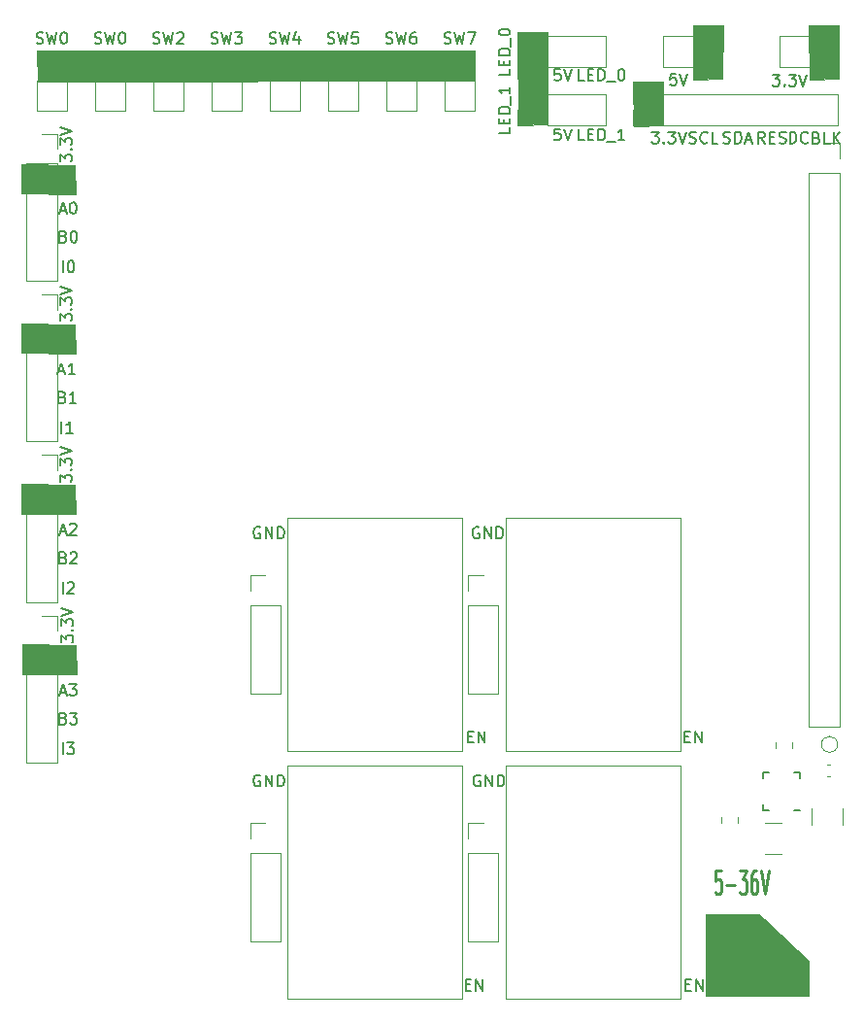
<source format=gbr>
G04 #@! TF.GenerationSoftware,KiCad,Pcbnew,5.1.9-73d0e3b20d~88~ubuntu20.04.1*
G04 #@! TF.CreationDate,2021-03-18T21:34:13+01:00*
G04 #@! TF.ProjectId,de10-shield,64653130-2d73-4686-9965-6c642e6b6963,rev?*
G04 #@! TF.SameCoordinates,Original*
G04 #@! TF.FileFunction,Legend,Top*
G04 #@! TF.FilePolarity,Positive*
%FSLAX46Y46*%
G04 Gerber Fmt 4.6, Leading zero omitted, Abs format (unit mm)*
G04 Created by KiCad (PCBNEW 5.1.9-73d0e3b20d~88~ubuntu20.04.1) date 2021-03-18 21:34:13*
%MOMM*%
%LPD*%
G01*
G04 APERTURE LIST*
%ADD10C,0.250000*%
%ADD11C,0.100000*%
%ADD12C,0.150000*%
%ADD13C,0.120000*%
G04 APERTURE END LIST*
D10*
X147238095Y-120904761D02*
X146761904Y-120904761D01*
X146714285Y-121857142D01*
X146761904Y-121761904D01*
X146857142Y-121666666D01*
X147095238Y-121666666D01*
X147190476Y-121761904D01*
X147238095Y-121857142D01*
X147285714Y-122047619D01*
X147285714Y-122523809D01*
X147238095Y-122714285D01*
X147190476Y-122809523D01*
X147095238Y-122904761D01*
X146857142Y-122904761D01*
X146761904Y-122809523D01*
X146714285Y-122714285D01*
X147714285Y-122142857D02*
X148476190Y-122142857D01*
X148857142Y-120904761D02*
X149476190Y-120904761D01*
X149142857Y-121666666D01*
X149285714Y-121666666D01*
X149380952Y-121761904D01*
X149428571Y-121857142D01*
X149476190Y-122047619D01*
X149476190Y-122523809D01*
X149428571Y-122714285D01*
X149380952Y-122809523D01*
X149285714Y-122904761D01*
X149000000Y-122904761D01*
X148904761Y-122809523D01*
X148857142Y-122714285D01*
X150333333Y-120904761D02*
X150142857Y-120904761D01*
X150047619Y-121000000D01*
X150000000Y-121095238D01*
X149904761Y-121380952D01*
X149857142Y-121761904D01*
X149857142Y-122523809D01*
X149904761Y-122714285D01*
X149952380Y-122809523D01*
X150047619Y-122904761D01*
X150238095Y-122904761D01*
X150333333Y-122809523D01*
X150380952Y-122714285D01*
X150428571Y-122523809D01*
X150428571Y-122047619D01*
X150380952Y-121857142D01*
X150333333Y-121761904D01*
X150238095Y-121666666D01*
X150047619Y-121666666D01*
X149952380Y-121761904D01*
X149904761Y-121857142D01*
X149857142Y-122047619D01*
X150714285Y-120904761D02*
X151047619Y-122904761D01*
X151380952Y-120904761D01*
D11*
G36*
X154900000Y-128800000D02*
G01*
X154900000Y-131800000D01*
X145900000Y-131800000D01*
X145900000Y-124700000D01*
X150600000Y-124700000D01*
X154900000Y-128800000D01*
G37*
X154900000Y-128800000D02*
X154900000Y-131800000D01*
X145900000Y-131800000D01*
X145900000Y-124700000D01*
X150600000Y-124700000D01*
X154900000Y-128800000D01*
D12*
X89895238Y-107628571D02*
X90038095Y-107676190D01*
X90085714Y-107723809D01*
X90133333Y-107819047D01*
X90133333Y-107961904D01*
X90085714Y-108057142D01*
X90038095Y-108104761D01*
X89942857Y-108152380D01*
X89561904Y-108152380D01*
X89561904Y-107152380D01*
X89895238Y-107152380D01*
X89990476Y-107200000D01*
X90038095Y-107247619D01*
X90085714Y-107342857D01*
X90085714Y-107438095D01*
X90038095Y-107533333D01*
X89990476Y-107580952D01*
X89895238Y-107628571D01*
X89561904Y-107628571D01*
X90466666Y-107152380D02*
X91085714Y-107152380D01*
X90752380Y-107533333D01*
X90895238Y-107533333D01*
X90990476Y-107580952D01*
X91038095Y-107628571D01*
X91085714Y-107723809D01*
X91085714Y-107961904D01*
X91038095Y-108057142D01*
X90990476Y-108104761D01*
X90895238Y-108152380D01*
X90609523Y-108152380D01*
X90514285Y-108104761D01*
X90466666Y-108057142D01*
X89585714Y-105366666D02*
X90061904Y-105366666D01*
X89490476Y-105652380D02*
X89823809Y-104652380D01*
X90157142Y-105652380D01*
X90395238Y-104652380D02*
X91014285Y-104652380D01*
X90680952Y-105033333D01*
X90823809Y-105033333D01*
X90919047Y-105080952D01*
X90966666Y-105128571D01*
X91014285Y-105223809D01*
X91014285Y-105461904D01*
X90966666Y-105557142D01*
X90919047Y-105604761D01*
X90823809Y-105652380D01*
X90538095Y-105652380D01*
X90442857Y-105604761D01*
X90395238Y-105557142D01*
X89823809Y-110752380D02*
X89823809Y-109752380D01*
X90204761Y-109752380D02*
X90823809Y-109752380D01*
X90490476Y-110133333D01*
X90633333Y-110133333D01*
X90728571Y-110180952D01*
X90776190Y-110228571D01*
X90823809Y-110323809D01*
X90823809Y-110561904D01*
X90776190Y-110657142D01*
X90728571Y-110704761D01*
X90633333Y-110752380D01*
X90347619Y-110752380D01*
X90252380Y-110704761D01*
X90204761Y-110657142D01*
X89895238Y-93628571D02*
X90038095Y-93676190D01*
X90085714Y-93723809D01*
X90133333Y-93819047D01*
X90133333Y-93961904D01*
X90085714Y-94057142D01*
X90038095Y-94104761D01*
X89942857Y-94152380D01*
X89561904Y-94152380D01*
X89561904Y-93152380D01*
X89895238Y-93152380D01*
X89990476Y-93200000D01*
X90038095Y-93247619D01*
X90085714Y-93342857D01*
X90085714Y-93438095D01*
X90038095Y-93533333D01*
X89990476Y-93580952D01*
X89895238Y-93628571D01*
X89561904Y-93628571D01*
X90514285Y-93247619D02*
X90561904Y-93200000D01*
X90657142Y-93152380D01*
X90895238Y-93152380D01*
X90990476Y-93200000D01*
X91038095Y-93247619D01*
X91085714Y-93342857D01*
X91085714Y-93438095D01*
X91038095Y-93580952D01*
X90466666Y-94152380D01*
X91085714Y-94152380D01*
X89585714Y-91366666D02*
X90061904Y-91366666D01*
X89490476Y-91652380D02*
X89823809Y-90652380D01*
X90157142Y-91652380D01*
X90442857Y-90747619D02*
X90490476Y-90700000D01*
X90585714Y-90652380D01*
X90823809Y-90652380D01*
X90919047Y-90700000D01*
X90966666Y-90747619D01*
X91014285Y-90842857D01*
X91014285Y-90938095D01*
X90966666Y-91080952D01*
X90395238Y-91652380D01*
X91014285Y-91652380D01*
X89823809Y-96752380D02*
X89823809Y-95752380D01*
X90252380Y-95847619D02*
X90300000Y-95800000D01*
X90395238Y-95752380D01*
X90633333Y-95752380D01*
X90728571Y-95800000D01*
X90776190Y-95847619D01*
X90823809Y-95942857D01*
X90823809Y-96038095D01*
X90776190Y-96180952D01*
X90204761Y-96752380D01*
X90823809Y-96752380D01*
X89795238Y-79628571D02*
X89938095Y-79676190D01*
X89985714Y-79723809D01*
X90033333Y-79819047D01*
X90033333Y-79961904D01*
X89985714Y-80057142D01*
X89938095Y-80104761D01*
X89842857Y-80152380D01*
X89461904Y-80152380D01*
X89461904Y-79152380D01*
X89795238Y-79152380D01*
X89890476Y-79200000D01*
X89938095Y-79247619D01*
X89985714Y-79342857D01*
X89985714Y-79438095D01*
X89938095Y-79533333D01*
X89890476Y-79580952D01*
X89795238Y-79628571D01*
X89461904Y-79628571D01*
X90985714Y-80152380D02*
X90414285Y-80152380D01*
X90700000Y-80152380D02*
X90700000Y-79152380D01*
X90604761Y-79295238D01*
X90509523Y-79390476D01*
X90414285Y-79438095D01*
X89485714Y-77366666D02*
X89961904Y-77366666D01*
X89390476Y-77652380D02*
X89723809Y-76652380D01*
X90057142Y-77652380D01*
X90914285Y-77652380D02*
X90342857Y-77652380D01*
X90628571Y-77652380D02*
X90628571Y-76652380D01*
X90533333Y-76795238D01*
X90438095Y-76890476D01*
X90342857Y-76938095D01*
X89723809Y-82752380D02*
X89723809Y-81752380D01*
X90723809Y-82752380D02*
X90152380Y-82752380D01*
X90438095Y-82752380D02*
X90438095Y-81752380D01*
X90342857Y-81895238D01*
X90247619Y-81990476D01*
X90152380Y-82038095D01*
X89823809Y-68752380D02*
X89823809Y-67752380D01*
X90490476Y-67752380D02*
X90585714Y-67752380D01*
X90680952Y-67800000D01*
X90728571Y-67847619D01*
X90776190Y-67942857D01*
X90823809Y-68133333D01*
X90823809Y-68371428D01*
X90776190Y-68561904D01*
X90728571Y-68657142D01*
X90680952Y-68704761D01*
X90585714Y-68752380D01*
X90490476Y-68752380D01*
X90395238Y-68704761D01*
X90347619Y-68657142D01*
X90300000Y-68561904D01*
X90252380Y-68371428D01*
X90252380Y-68133333D01*
X90300000Y-67942857D01*
X90347619Y-67847619D01*
X90395238Y-67800000D01*
X90490476Y-67752380D01*
X89895238Y-65628571D02*
X90038095Y-65676190D01*
X90085714Y-65723809D01*
X90133333Y-65819047D01*
X90133333Y-65961904D01*
X90085714Y-66057142D01*
X90038095Y-66104761D01*
X89942857Y-66152380D01*
X89561904Y-66152380D01*
X89561904Y-65152380D01*
X89895238Y-65152380D01*
X89990476Y-65200000D01*
X90038095Y-65247619D01*
X90085714Y-65342857D01*
X90085714Y-65438095D01*
X90038095Y-65533333D01*
X89990476Y-65580952D01*
X89895238Y-65628571D01*
X89561904Y-65628571D01*
X90752380Y-65152380D02*
X90847619Y-65152380D01*
X90942857Y-65200000D01*
X90990476Y-65247619D01*
X91038095Y-65342857D01*
X91085714Y-65533333D01*
X91085714Y-65771428D01*
X91038095Y-65961904D01*
X90990476Y-66057142D01*
X90942857Y-66104761D01*
X90847619Y-66152380D01*
X90752380Y-66152380D01*
X90657142Y-66104761D01*
X90609523Y-66057142D01*
X90561904Y-65961904D01*
X90514285Y-65771428D01*
X90514285Y-65533333D01*
X90561904Y-65342857D01*
X90609523Y-65247619D01*
X90657142Y-65200000D01*
X90752380Y-65152380D01*
X89585714Y-63366666D02*
X90061904Y-63366666D01*
X89490476Y-63652380D02*
X89823809Y-62652380D01*
X90157142Y-63652380D01*
X90680952Y-62652380D02*
X90776190Y-62652380D01*
X90871428Y-62700000D01*
X90919047Y-62747619D01*
X90966666Y-62842857D01*
X91014285Y-63033333D01*
X91014285Y-63271428D01*
X90966666Y-63461904D01*
X90919047Y-63557142D01*
X90871428Y-63604761D01*
X90776190Y-63652380D01*
X90680952Y-63652380D01*
X90585714Y-63604761D01*
X90538095Y-63557142D01*
X90490476Y-63461904D01*
X90442857Y-63271428D01*
X90442857Y-63033333D01*
X90490476Y-62842857D01*
X90538095Y-62747619D01*
X90585714Y-62700000D01*
X90680952Y-62652380D01*
X89722380Y-101006190D02*
X89722380Y-100387142D01*
X90103333Y-100720476D01*
X90103333Y-100577619D01*
X90150952Y-100482380D01*
X90198571Y-100434761D01*
X90293809Y-100387142D01*
X90531904Y-100387142D01*
X90627142Y-100434761D01*
X90674761Y-100482380D01*
X90722380Y-100577619D01*
X90722380Y-100863333D01*
X90674761Y-100958571D01*
X90627142Y-101006190D01*
X90627142Y-99958571D02*
X90674761Y-99910952D01*
X90722380Y-99958571D01*
X90674761Y-100006190D01*
X90627142Y-99958571D01*
X90722380Y-99958571D01*
X89722380Y-99577619D02*
X89722380Y-98958571D01*
X90103333Y-99291904D01*
X90103333Y-99149047D01*
X90150952Y-99053809D01*
X90198571Y-99006190D01*
X90293809Y-98958571D01*
X90531904Y-98958571D01*
X90627142Y-99006190D01*
X90674761Y-99053809D01*
X90722380Y-99149047D01*
X90722380Y-99434761D01*
X90674761Y-99530000D01*
X90627142Y-99577619D01*
X89722380Y-98672857D02*
X90722380Y-98339523D01*
X89722380Y-98006190D01*
X89622380Y-87006190D02*
X89622380Y-86387142D01*
X90003333Y-86720476D01*
X90003333Y-86577619D01*
X90050952Y-86482380D01*
X90098571Y-86434761D01*
X90193809Y-86387142D01*
X90431904Y-86387142D01*
X90527142Y-86434761D01*
X90574761Y-86482380D01*
X90622380Y-86577619D01*
X90622380Y-86863333D01*
X90574761Y-86958571D01*
X90527142Y-87006190D01*
X90527142Y-85958571D02*
X90574761Y-85910952D01*
X90622380Y-85958571D01*
X90574761Y-86006190D01*
X90527142Y-85958571D01*
X90622380Y-85958571D01*
X89622380Y-85577619D02*
X89622380Y-84958571D01*
X90003333Y-85291904D01*
X90003333Y-85149047D01*
X90050952Y-85053809D01*
X90098571Y-85006190D01*
X90193809Y-84958571D01*
X90431904Y-84958571D01*
X90527142Y-85006190D01*
X90574761Y-85053809D01*
X90622380Y-85149047D01*
X90622380Y-85434761D01*
X90574761Y-85530000D01*
X90527142Y-85577619D01*
X89622380Y-84672857D02*
X90622380Y-84339523D01*
X89622380Y-84006190D01*
X89622380Y-73006190D02*
X89622380Y-72387142D01*
X90003333Y-72720476D01*
X90003333Y-72577619D01*
X90050952Y-72482380D01*
X90098571Y-72434761D01*
X90193809Y-72387142D01*
X90431904Y-72387142D01*
X90527142Y-72434761D01*
X90574761Y-72482380D01*
X90622380Y-72577619D01*
X90622380Y-72863333D01*
X90574761Y-72958571D01*
X90527142Y-73006190D01*
X90527142Y-71958571D02*
X90574761Y-71910952D01*
X90622380Y-71958571D01*
X90574761Y-72006190D01*
X90527142Y-71958571D01*
X90622380Y-71958571D01*
X89622380Y-71577619D02*
X89622380Y-70958571D01*
X90003333Y-71291904D01*
X90003333Y-71149047D01*
X90050952Y-71053809D01*
X90098571Y-71006190D01*
X90193809Y-70958571D01*
X90431904Y-70958571D01*
X90527142Y-71006190D01*
X90574761Y-71053809D01*
X90622380Y-71149047D01*
X90622380Y-71434761D01*
X90574761Y-71530000D01*
X90527142Y-71577619D01*
X89622380Y-70672857D02*
X90622380Y-70339523D01*
X89622380Y-70006190D01*
D11*
G36*
X90970000Y-101280000D02*
G01*
X91030000Y-103820000D01*
X86300000Y-103800000D01*
X86300000Y-101200000D01*
X90970000Y-101280000D01*
G37*
X90970000Y-101280000D02*
X91030000Y-103820000D01*
X86300000Y-103800000D01*
X86300000Y-101200000D01*
X90970000Y-101280000D01*
G36*
X90870000Y-87280000D02*
G01*
X90930000Y-89820000D01*
X86200000Y-89800000D01*
X86200000Y-87200000D01*
X90870000Y-87280000D01*
G37*
X90870000Y-87280000D02*
X90930000Y-89820000D01*
X86200000Y-89800000D01*
X86200000Y-87200000D01*
X90870000Y-87280000D01*
G36*
X90870000Y-73280000D02*
G01*
X90930000Y-75820000D01*
X86200000Y-75800000D01*
X86200000Y-73200000D01*
X90870000Y-73280000D01*
G37*
X90870000Y-73280000D02*
X90930000Y-75820000D01*
X86200000Y-75800000D01*
X86200000Y-73200000D01*
X90870000Y-73280000D01*
G36*
X90870000Y-59380000D02*
G01*
X90930000Y-61920000D01*
X86200000Y-61900000D01*
X86200000Y-59300000D01*
X90870000Y-59380000D01*
G37*
X90870000Y-59380000D02*
X90930000Y-61920000D01*
X86200000Y-61900000D01*
X86200000Y-59300000D01*
X90870000Y-59380000D01*
D12*
X89622380Y-59106190D02*
X89622380Y-58487142D01*
X90003333Y-58820476D01*
X90003333Y-58677619D01*
X90050952Y-58582380D01*
X90098571Y-58534761D01*
X90193809Y-58487142D01*
X90431904Y-58487142D01*
X90527142Y-58534761D01*
X90574761Y-58582380D01*
X90622380Y-58677619D01*
X90622380Y-58963333D01*
X90574761Y-59058571D01*
X90527142Y-59106190D01*
X90527142Y-58058571D02*
X90574761Y-58010952D01*
X90622380Y-58058571D01*
X90574761Y-58106190D01*
X90527142Y-58058571D01*
X90622380Y-58058571D01*
X89622380Y-57677619D02*
X89622380Y-57058571D01*
X90003333Y-57391904D01*
X90003333Y-57249047D01*
X90050952Y-57153809D01*
X90098571Y-57106190D01*
X90193809Y-57058571D01*
X90431904Y-57058571D01*
X90527142Y-57106190D01*
X90574761Y-57153809D01*
X90622380Y-57249047D01*
X90622380Y-57534761D01*
X90574761Y-57630000D01*
X90527142Y-57677619D01*
X89622380Y-56772857D02*
X90622380Y-56439523D01*
X89622380Y-56106190D01*
X144161904Y-130828571D02*
X144495238Y-130828571D01*
X144638095Y-131352380D02*
X144161904Y-131352380D01*
X144161904Y-130352380D01*
X144638095Y-130352380D01*
X145066666Y-131352380D02*
X145066666Y-130352380D01*
X145638095Y-131352380D01*
X145638095Y-130352380D01*
X144061904Y-109228571D02*
X144395238Y-109228571D01*
X144538095Y-109752380D02*
X144061904Y-109752380D01*
X144061904Y-108752380D01*
X144538095Y-108752380D01*
X144966666Y-109752380D02*
X144966666Y-108752380D01*
X145538095Y-109752380D01*
X145538095Y-108752380D01*
X125161904Y-109228571D02*
X125495238Y-109228571D01*
X125638095Y-109752380D02*
X125161904Y-109752380D01*
X125161904Y-108752380D01*
X125638095Y-108752380D01*
X126066666Y-109752380D02*
X126066666Y-108752380D01*
X126638095Y-109752380D01*
X126638095Y-108752380D01*
X124961904Y-130828571D02*
X125295238Y-130828571D01*
X125438095Y-131352380D02*
X124961904Y-131352380D01*
X124961904Y-130352380D01*
X125438095Y-130352380D01*
X125866666Y-131352380D02*
X125866666Y-130352380D01*
X126438095Y-131352380D01*
X126438095Y-130352380D01*
X126238095Y-112600000D02*
X126142857Y-112552380D01*
X126000000Y-112552380D01*
X125857142Y-112600000D01*
X125761904Y-112695238D01*
X125714285Y-112790476D01*
X125666666Y-112980952D01*
X125666666Y-113123809D01*
X125714285Y-113314285D01*
X125761904Y-113409523D01*
X125857142Y-113504761D01*
X126000000Y-113552380D01*
X126095238Y-113552380D01*
X126238095Y-113504761D01*
X126285714Y-113457142D01*
X126285714Y-113123809D01*
X126095238Y-113123809D01*
X126714285Y-113552380D02*
X126714285Y-112552380D01*
X127285714Y-113552380D01*
X127285714Y-112552380D01*
X127761904Y-113552380D02*
X127761904Y-112552380D01*
X128000000Y-112552380D01*
X128142857Y-112600000D01*
X128238095Y-112695238D01*
X128285714Y-112790476D01*
X128333333Y-112980952D01*
X128333333Y-113123809D01*
X128285714Y-113314285D01*
X128238095Y-113409523D01*
X128142857Y-113504761D01*
X128000000Y-113552380D01*
X127761904Y-113552380D01*
X126138095Y-91000000D02*
X126042857Y-90952380D01*
X125900000Y-90952380D01*
X125757142Y-91000000D01*
X125661904Y-91095238D01*
X125614285Y-91190476D01*
X125566666Y-91380952D01*
X125566666Y-91523809D01*
X125614285Y-91714285D01*
X125661904Y-91809523D01*
X125757142Y-91904761D01*
X125900000Y-91952380D01*
X125995238Y-91952380D01*
X126138095Y-91904761D01*
X126185714Y-91857142D01*
X126185714Y-91523809D01*
X125995238Y-91523809D01*
X126614285Y-91952380D02*
X126614285Y-90952380D01*
X127185714Y-91952380D01*
X127185714Y-90952380D01*
X127661904Y-91952380D02*
X127661904Y-90952380D01*
X127900000Y-90952380D01*
X128042857Y-91000000D01*
X128138095Y-91095238D01*
X128185714Y-91190476D01*
X128233333Y-91380952D01*
X128233333Y-91523809D01*
X128185714Y-91714285D01*
X128138095Y-91809523D01*
X128042857Y-91904761D01*
X127900000Y-91952380D01*
X127661904Y-91952380D01*
X107038095Y-112600000D02*
X106942857Y-112552380D01*
X106800000Y-112552380D01*
X106657142Y-112600000D01*
X106561904Y-112695238D01*
X106514285Y-112790476D01*
X106466666Y-112980952D01*
X106466666Y-113123809D01*
X106514285Y-113314285D01*
X106561904Y-113409523D01*
X106657142Y-113504761D01*
X106800000Y-113552380D01*
X106895238Y-113552380D01*
X107038095Y-113504761D01*
X107085714Y-113457142D01*
X107085714Y-113123809D01*
X106895238Y-113123809D01*
X107514285Y-113552380D02*
X107514285Y-112552380D01*
X108085714Y-113552380D01*
X108085714Y-112552380D01*
X108561904Y-113552380D02*
X108561904Y-112552380D01*
X108800000Y-112552380D01*
X108942857Y-112600000D01*
X109038095Y-112695238D01*
X109085714Y-112790476D01*
X109133333Y-112980952D01*
X109133333Y-113123809D01*
X109085714Y-113314285D01*
X109038095Y-113409523D01*
X108942857Y-113504761D01*
X108800000Y-113552380D01*
X108561904Y-113552380D01*
X107038095Y-91000000D02*
X106942857Y-90952380D01*
X106800000Y-90952380D01*
X106657142Y-91000000D01*
X106561904Y-91095238D01*
X106514285Y-91190476D01*
X106466666Y-91380952D01*
X106466666Y-91523809D01*
X106514285Y-91714285D01*
X106561904Y-91809523D01*
X106657142Y-91904761D01*
X106800000Y-91952380D01*
X106895238Y-91952380D01*
X107038095Y-91904761D01*
X107085714Y-91857142D01*
X107085714Y-91523809D01*
X106895238Y-91523809D01*
X107514285Y-91952380D02*
X107514285Y-90952380D01*
X108085714Y-91952380D01*
X108085714Y-90952380D01*
X108561904Y-91952380D02*
X108561904Y-90952380D01*
X108800000Y-90952380D01*
X108942857Y-91000000D01*
X109038095Y-91095238D01*
X109085714Y-91190476D01*
X109133333Y-91380952D01*
X109133333Y-91523809D01*
X109085714Y-91714285D01*
X109038095Y-91809523D01*
X108942857Y-91904761D01*
X108800000Y-91952380D01*
X108561904Y-91952380D01*
X135300000Y-57252380D02*
X134823809Y-57252380D01*
X134823809Y-56252380D01*
X135633333Y-56728571D02*
X135966666Y-56728571D01*
X136109523Y-57252380D02*
X135633333Y-57252380D01*
X135633333Y-56252380D01*
X136109523Y-56252380D01*
X136538095Y-57252380D02*
X136538095Y-56252380D01*
X136776190Y-56252380D01*
X136919047Y-56300000D01*
X137014285Y-56395238D01*
X137061904Y-56490476D01*
X137109523Y-56680952D01*
X137109523Y-56823809D01*
X137061904Y-57014285D01*
X137014285Y-57109523D01*
X136919047Y-57204761D01*
X136776190Y-57252380D01*
X136538095Y-57252380D01*
X137300000Y-57347619D02*
X138061904Y-57347619D01*
X138823809Y-57252380D02*
X138252380Y-57252380D01*
X138538095Y-57252380D02*
X138538095Y-56252380D01*
X138442857Y-56395238D01*
X138347619Y-56490476D01*
X138252380Y-56538095D01*
X135300000Y-52052380D02*
X134823809Y-52052380D01*
X134823809Y-51052380D01*
X135633333Y-51528571D02*
X135966666Y-51528571D01*
X136109523Y-52052380D02*
X135633333Y-52052380D01*
X135633333Y-51052380D01*
X136109523Y-51052380D01*
X136538095Y-52052380D02*
X136538095Y-51052380D01*
X136776190Y-51052380D01*
X136919047Y-51100000D01*
X137014285Y-51195238D01*
X137061904Y-51290476D01*
X137109523Y-51480952D01*
X137109523Y-51623809D01*
X137061904Y-51814285D01*
X137014285Y-51909523D01*
X136919047Y-52004761D01*
X136776190Y-52052380D01*
X136538095Y-52052380D01*
X137300000Y-52147619D02*
X138061904Y-52147619D01*
X138490476Y-51052380D02*
X138585714Y-51052380D01*
X138680952Y-51100000D01*
X138728571Y-51147619D01*
X138776190Y-51242857D01*
X138823809Y-51433333D01*
X138823809Y-51671428D01*
X138776190Y-51861904D01*
X138728571Y-51957142D01*
X138680952Y-52004761D01*
X138585714Y-52052380D01*
X138490476Y-52052380D01*
X138395238Y-52004761D01*
X138347619Y-51957142D01*
X138300000Y-51861904D01*
X138252380Y-51671428D01*
X138252380Y-51433333D01*
X138300000Y-51242857D01*
X138347619Y-51147619D01*
X138395238Y-51100000D01*
X138490476Y-51052380D01*
X133209523Y-51052380D02*
X132733333Y-51052380D01*
X132685714Y-51528571D01*
X132733333Y-51480952D01*
X132828571Y-51433333D01*
X133066666Y-51433333D01*
X133161904Y-51480952D01*
X133209523Y-51528571D01*
X133257142Y-51623809D01*
X133257142Y-51861904D01*
X133209523Y-51957142D01*
X133161904Y-52004761D01*
X133066666Y-52052380D01*
X132828571Y-52052380D01*
X132733333Y-52004761D01*
X132685714Y-51957142D01*
X133542857Y-51052380D02*
X133876190Y-52052380D01*
X134209523Y-51052380D01*
X133209523Y-56252380D02*
X132733333Y-56252380D01*
X132685714Y-56728571D01*
X132733333Y-56680952D01*
X132828571Y-56633333D01*
X133066666Y-56633333D01*
X133161904Y-56680952D01*
X133209523Y-56728571D01*
X133257142Y-56823809D01*
X133257142Y-57061904D01*
X133209523Y-57157142D01*
X133161904Y-57204761D01*
X133066666Y-57252380D01*
X132828571Y-57252380D01*
X132733333Y-57204761D01*
X132685714Y-57157142D01*
X133542857Y-56252380D02*
X133876190Y-57252380D01*
X134209523Y-56252380D01*
X155566666Y-57028571D02*
X155709523Y-57076190D01*
X155757142Y-57123809D01*
X155804761Y-57219047D01*
X155804761Y-57361904D01*
X155757142Y-57457142D01*
X155709523Y-57504761D01*
X155614285Y-57552380D01*
X155233333Y-57552380D01*
X155233333Y-56552380D01*
X155566666Y-56552380D01*
X155661904Y-56600000D01*
X155709523Y-56647619D01*
X155757142Y-56742857D01*
X155757142Y-56838095D01*
X155709523Y-56933333D01*
X155661904Y-56980952D01*
X155566666Y-57028571D01*
X155233333Y-57028571D01*
X156709523Y-57552380D02*
X156233333Y-57552380D01*
X156233333Y-56552380D01*
X157042857Y-57552380D02*
X157042857Y-56552380D01*
X157614285Y-57552380D02*
X157185714Y-56980952D01*
X157614285Y-56552380D02*
X157042857Y-57123809D01*
X153238095Y-57522380D02*
X153238095Y-56522380D01*
X153476190Y-56522380D01*
X153619047Y-56570000D01*
X153714285Y-56665238D01*
X153761904Y-56760476D01*
X153809523Y-56950952D01*
X153809523Y-57093809D01*
X153761904Y-57284285D01*
X153714285Y-57379523D01*
X153619047Y-57474761D01*
X153476190Y-57522380D01*
X153238095Y-57522380D01*
X154809523Y-57427142D02*
X154761904Y-57474761D01*
X154619047Y-57522380D01*
X154523809Y-57522380D01*
X154380952Y-57474761D01*
X154285714Y-57379523D01*
X154238095Y-57284285D01*
X154190476Y-57093809D01*
X154190476Y-56950952D01*
X154238095Y-56760476D01*
X154285714Y-56665238D01*
X154380952Y-56570000D01*
X154523809Y-56522380D01*
X154619047Y-56522380D01*
X154761904Y-56570000D01*
X154809523Y-56617619D01*
X151050952Y-57522380D02*
X150717619Y-57046190D01*
X150479523Y-57522380D02*
X150479523Y-56522380D01*
X150860476Y-56522380D01*
X150955714Y-56570000D01*
X151003333Y-56617619D01*
X151050952Y-56712857D01*
X151050952Y-56855714D01*
X151003333Y-56950952D01*
X150955714Y-56998571D01*
X150860476Y-57046190D01*
X150479523Y-57046190D01*
X151479523Y-56998571D02*
X151812857Y-56998571D01*
X151955714Y-57522380D02*
X151479523Y-57522380D01*
X151479523Y-56522380D01*
X151955714Y-56522380D01*
X152336666Y-57474761D02*
X152479523Y-57522380D01*
X152717619Y-57522380D01*
X152812857Y-57474761D01*
X152860476Y-57427142D01*
X152908095Y-57331904D01*
X152908095Y-57236666D01*
X152860476Y-57141428D01*
X152812857Y-57093809D01*
X152717619Y-57046190D01*
X152527142Y-56998571D01*
X152431904Y-56950952D01*
X152384285Y-56903333D01*
X152336666Y-56808095D01*
X152336666Y-56712857D01*
X152384285Y-56617619D01*
X152431904Y-56570000D01*
X152527142Y-56522380D01*
X152765238Y-56522380D01*
X152908095Y-56570000D01*
X147455714Y-57474761D02*
X147598571Y-57522380D01*
X147836666Y-57522380D01*
X147931904Y-57474761D01*
X147979523Y-57427142D01*
X148027142Y-57331904D01*
X148027142Y-57236666D01*
X147979523Y-57141428D01*
X147931904Y-57093809D01*
X147836666Y-57046190D01*
X147646190Y-56998571D01*
X147550952Y-56950952D01*
X147503333Y-56903333D01*
X147455714Y-56808095D01*
X147455714Y-56712857D01*
X147503333Y-56617619D01*
X147550952Y-56570000D01*
X147646190Y-56522380D01*
X147884285Y-56522380D01*
X148027142Y-56570000D01*
X148455714Y-57522380D02*
X148455714Y-56522380D01*
X148693809Y-56522380D01*
X148836666Y-56570000D01*
X148931904Y-56665238D01*
X148979523Y-56760476D01*
X149027142Y-56950952D01*
X149027142Y-57093809D01*
X148979523Y-57284285D01*
X148931904Y-57379523D01*
X148836666Y-57474761D01*
X148693809Y-57522380D01*
X148455714Y-57522380D01*
X149408095Y-57236666D02*
X149884285Y-57236666D01*
X149312857Y-57522380D02*
X149646190Y-56522380D01*
X149979523Y-57522380D01*
X144479523Y-57474761D02*
X144622380Y-57522380D01*
X144860476Y-57522380D01*
X144955714Y-57474761D01*
X145003333Y-57427142D01*
X145050952Y-57331904D01*
X145050952Y-57236666D01*
X145003333Y-57141428D01*
X144955714Y-57093809D01*
X144860476Y-57046190D01*
X144670000Y-56998571D01*
X144574761Y-56950952D01*
X144527142Y-56903333D01*
X144479523Y-56808095D01*
X144479523Y-56712857D01*
X144527142Y-56617619D01*
X144574761Y-56570000D01*
X144670000Y-56522380D01*
X144908095Y-56522380D01*
X145050952Y-56570000D01*
X146050952Y-57427142D02*
X146003333Y-57474761D01*
X145860476Y-57522380D01*
X145765238Y-57522380D01*
X145622380Y-57474761D01*
X145527142Y-57379523D01*
X145479523Y-57284285D01*
X145431904Y-57093809D01*
X145431904Y-56950952D01*
X145479523Y-56760476D01*
X145527142Y-56665238D01*
X145622380Y-56570000D01*
X145765238Y-56522380D01*
X145860476Y-56522380D01*
X146003333Y-56570000D01*
X146050952Y-56617619D01*
X146955714Y-57522380D02*
X146479523Y-57522380D01*
X146479523Y-56522380D01*
X141193809Y-56522380D02*
X141812857Y-56522380D01*
X141479523Y-56903333D01*
X141622380Y-56903333D01*
X141717619Y-56950952D01*
X141765238Y-56998571D01*
X141812857Y-57093809D01*
X141812857Y-57331904D01*
X141765238Y-57427142D01*
X141717619Y-57474761D01*
X141622380Y-57522380D01*
X141336666Y-57522380D01*
X141241428Y-57474761D01*
X141193809Y-57427142D01*
X142241428Y-57427142D02*
X142289047Y-57474761D01*
X142241428Y-57522380D01*
X142193809Y-57474761D01*
X142241428Y-57427142D01*
X142241428Y-57522380D01*
X142622380Y-56522380D02*
X143241428Y-56522380D01*
X142908095Y-56903333D01*
X143050952Y-56903333D01*
X143146190Y-56950952D01*
X143193809Y-56998571D01*
X143241428Y-57093809D01*
X143241428Y-57331904D01*
X143193809Y-57427142D01*
X143146190Y-57474761D01*
X143050952Y-57522380D01*
X142765238Y-57522380D01*
X142670000Y-57474761D01*
X142622380Y-57427142D01*
X143527142Y-56522380D02*
X143860476Y-57522380D01*
X144193809Y-56522380D01*
D11*
G36*
X125730000Y-52070000D02*
G01*
X87630000Y-52130000D01*
X87630000Y-49470000D01*
X125790000Y-49470000D01*
X125730000Y-52070000D01*
G37*
X125730000Y-52070000D02*
X87630000Y-52130000D01*
X87630000Y-49470000D01*
X125790000Y-49470000D01*
X125730000Y-52070000D01*
G36*
X142160000Y-55940000D02*
G01*
X139620000Y-56000000D01*
X139600000Y-52100000D01*
X142200000Y-52100000D01*
X142160000Y-55940000D01*
G37*
X142160000Y-55940000D02*
X139620000Y-56000000D01*
X139600000Y-52100000D01*
X142200000Y-52100000D01*
X142160000Y-55940000D01*
G36*
X132080000Y-55880000D02*
G01*
X129540000Y-55940000D01*
X129500000Y-47800000D01*
X132100000Y-47800000D01*
X132080000Y-55880000D01*
G37*
X132080000Y-55880000D02*
X129540000Y-55940000D01*
X129500000Y-47800000D01*
X132100000Y-47800000D01*
X132080000Y-55880000D01*
G36*
X147320000Y-51870000D02*
G01*
X144780000Y-51930000D01*
X144800000Y-47200000D01*
X147400000Y-47200000D01*
X147320000Y-51870000D01*
G37*
X147320000Y-51870000D02*
X144780000Y-51930000D01*
X144800000Y-47200000D01*
X147400000Y-47200000D01*
X147320000Y-51870000D01*
G36*
X157480000Y-51870000D02*
G01*
X154940000Y-51930000D01*
X154900000Y-47200000D01*
X157500000Y-47200000D01*
X157480000Y-51870000D01*
G37*
X157480000Y-51870000D02*
X154940000Y-51930000D01*
X154900000Y-47200000D01*
X157500000Y-47200000D01*
X157480000Y-51870000D01*
D12*
X151723809Y-51522380D02*
X152342857Y-51522380D01*
X152009523Y-51903333D01*
X152152380Y-51903333D01*
X152247619Y-51950952D01*
X152295238Y-51998571D01*
X152342857Y-52093809D01*
X152342857Y-52331904D01*
X152295238Y-52427142D01*
X152247619Y-52474761D01*
X152152380Y-52522380D01*
X151866666Y-52522380D01*
X151771428Y-52474761D01*
X151723809Y-52427142D01*
X152771428Y-52427142D02*
X152819047Y-52474761D01*
X152771428Y-52522380D01*
X152723809Y-52474761D01*
X152771428Y-52427142D01*
X152771428Y-52522380D01*
X153152380Y-51522380D02*
X153771428Y-51522380D01*
X153438095Y-51903333D01*
X153580952Y-51903333D01*
X153676190Y-51950952D01*
X153723809Y-51998571D01*
X153771428Y-52093809D01*
X153771428Y-52331904D01*
X153723809Y-52427142D01*
X153676190Y-52474761D01*
X153580952Y-52522380D01*
X153295238Y-52522380D01*
X153200000Y-52474761D01*
X153152380Y-52427142D01*
X154057142Y-51522380D02*
X154390476Y-52522380D01*
X154723809Y-51522380D01*
X143309523Y-51452380D02*
X142833333Y-51452380D01*
X142785714Y-51928571D01*
X142833333Y-51880952D01*
X142928571Y-51833333D01*
X143166666Y-51833333D01*
X143261904Y-51880952D01*
X143309523Y-51928571D01*
X143357142Y-52023809D01*
X143357142Y-52261904D01*
X143309523Y-52357142D01*
X143261904Y-52404761D01*
X143166666Y-52452380D01*
X142928571Y-52452380D01*
X142833333Y-52404761D01*
X142785714Y-52357142D01*
X143642857Y-51452380D02*
X143976190Y-52452380D01*
X144309523Y-51452380D01*
X128832380Y-56140000D02*
X128832380Y-56616190D01*
X127832380Y-56616190D01*
X128308571Y-55806666D02*
X128308571Y-55473333D01*
X128832380Y-55330476D02*
X128832380Y-55806666D01*
X127832380Y-55806666D01*
X127832380Y-55330476D01*
X128832380Y-54901904D02*
X127832380Y-54901904D01*
X127832380Y-54663809D01*
X127880000Y-54520952D01*
X127975238Y-54425714D01*
X128070476Y-54378095D01*
X128260952Y-54330476D01*
X128403809Y-54330476D01*
X128594285Y-54378095D01*
X128689523Y-54425714D01*
X128784761Y-54520952D01*
X128832380Y-54663809D01*
X128832380Y-54901904D01*
X128927619Y-54140000D02*
X128927619Y-53378095D01*
X128832380Y-52616190D02*
X128832380Y-53187619D01*
X128832380Y-52901904D02*
X127832380Y-52901904D01*
X127975238Y-52997142D01*
X128070476Y-53092380D01*
X128118095Y-53187619D01*
X128832380Y-51060000D02*
X128832380Y-51536190D01*
X127832380Y-51536190D01*
X128308571Y-50726666D02*
X128308571Y-50393333D01*
X128832380Y-50250476D02*
X128832380Y-50726666D01*
X127832380Y-50726666D01*
X127832380Y-50250476D01*
X128832380Y-49821904D02*
X127832380Y-49821904D01*
X127832380Y-49583809D01*
X127880000Y-49440952D01*
X127975238Y-49345714D01*
X128070476Y-49298095D01*
X128260952Y-49250476D01*
X128403809Y-49250476D01*
X128594285Y-49298095D01*
X128689523Y-49345714D01*
X128784761Y-49440952D01*
X128832380Y-49583809D01*
X128832380Y-49821904D01*
X128927619Y-49060000D02*
X128927619Y-48298095D01*
X127832380Y-47869523D02*
X127832380Y-47774285D01*
X127880000Y-47679047D01*
X127927619Y-47631428D01*
X128022857Y-47583809D01*
X128213333Y-47536190D01*
X128451428Y-47536190D01*
X128641904Y-47583809D01*
X128737142Y-47631428D01*
X128784761Y-47679047D01*
X128832380Y-47774285D01*
X128832380Y-47869523D01*
X128784761Y-47964761D01*
X128737142Y-48012380D01*
X128641904Y-48060000D01*
X128451428Y-48107619D01*
X128213333Y-48107619D01*
X128022857Y-48060000D01*
X127927619Y-48012380D01*
X127880000Y-47964761D01*
X127832380Y-47869523D01*
X123096666Y-48774761D02*
X123239523Y-48822380D01*
X123477619Y-48822380D01*
X123572857Y-48774761D01*
X123620476Y-48727142D01*
X123668095Y-48631904D01*
X123668095Y-48536666D01*
X123620476Y-48441428D01*
X123572857Y-48393809D01*
X123477619Y-48346190D01*
X123287142Y-48298571D01*
X123191904Y-48250952D01*
X123144285Y-48203333D01*
X123096666Y-48108095D01*
X123096666Y-48012857D01*
X123144285Y-47917619D01*
X123191904Y-47870000D01*
X123287142Y-47822380D01*
X123525238Y-47822380D01*
X123668095Y-47870000D01*
X124001428Y-47822380D02*
X124239523Y-48822380D01*
X124430000Y-48108095D01*
X124620476Y-48822380D01*
X124858571Y-47822380D01*
X125144285Y-47822380D02*
X125810952Y-47822380D01*
X125382380Y-48822380D01*
X118016666Y-48774761D02*
X118159523Y-48822380D01*
X118397619Y-48822380D01*
X118492857Y-48774761D01*
X118540476Y-48727142D01*
X118588095Y-48631904D01*
X118588095Y-48536666D01*
X118540476Y-48441428D01*
X118492857Y-48393809D01*
X118397619Y-48346190D01*
X118207142Y-48298571D01*
X118111904Y-48250952D01*
X118064285Y-48203333D01*
X118016666Y-48108095D01*
X118016666Y-48012857D01*
X118064285Y-47917619D01*
X118111904Y-47870000D01*
X118207142Y-47822380D01*
X118445238Y-47822380D01*
X118588095Y-47870000D01*
X118921428Y-47822380D02*
X119159523Y-48822380D01*
X119350000Y-48108095D01*
X119540476Y-48822380D01*
X119778571Y-47822380D01*
X120588095Y-47822380D02*
X120397619Y-47822380D01*
X120302380Y-47870000D01*
X120254761Y-47917619D01*
X120159523Y-48060476D01*
X120111904Y-48250952D01*
X120111904Y-48631904D01*
X120159523Y-48727142D01*
X120207142Y-48774761D01*
X120302380Y-48822380D01*
X120492857Y-48822380D01*
X120588095Y-48774761D01*
X120635714Y-48727142D01*
X120683333Y-48631904D01*
X120683333Y-48393809D01*
X120635714Y-48298571D01*
X120588095Y-48250952D01*
X120492857Y-48203333D01*
X120302380Y-48203333D01*
X120207142Y-48250952D01*
X120159523Y-48298571D01*
X120111904Y-48393809D01*
X112936666Y-48774761D02*
X113079523Y-48822380D01*
X113317619Y-48822380D01*
X113412857Y-48774761D01*
X113460476Y-48727142D01*
X113508095Y-48631904D01*
X113508095Y-48536666D01*
X113460476Y-48441428D01*
X113412857Y-48393809D01*
X113317619Y-48346190D01*
X113127142Y-48298571D01*
X113031904Y-48250952D01*
X112984285Y-48203333D01*
X112936666Y-48108095D01*
X112936666Y-48012857D01*
X112984285Y-47917619D01*
X113031904Y-47870000D01*
X113127142Y-47822380D01*
X113365238Y-47822380D01*
X113508095Y-47870000D01*
X113841428Y-47822380D02*
X114079523Y-48822380D01*
X114270000Y-48108095D01*
X114460476Y-48822380D01*
X114698571Y-47822380D01*
X115555714Y-47822380D02*
X115079523Y-47822380D01*
X115031904Y-48298571D01*
X115079523Y-48250952D01*
X115174761Y-48203333D01*
X115412857Y-48203333D01*
X115508095Y-48250952D01*
X115555714Y-48298571D01*
X115603333Y-48393809D01*
X115603333Y-48631904D01*
X115555714Y-48727142D01*
X115508095Y-48774761D01*
X115412857Y-48822380D01*
X115174761Y-48822380D01*
X115079523Y-48774761D01*
X115031904Y-48727142D01*
X107856666Y-48774761D02*
X107999523Y-48822380D01*
X108237619Y-48822380D01*
X108332857Y-48774761D01*
X108380476Y-48727142D01*
X108428095Y-48631904D01*
X108428095Y-48536666D01*
X108380476Y-48441428D01*
X108332857Y-48393809D01*
X108237619Y-48346190D01*
X108047142Y-48298571D01*
X107951904Y-48250952D01*
X107904285Y-48203333D01*
X107856666Y-48108095D01*
X107856666Y-48012857D01*
X107904285Y-47917619D01*
X107951904Y-47870000D01*
X108047142Y-47822380D01*
X108285238Y-47822380D01*
X108428095Y-47870000D01*
X108761428Y-47822380D02*
X108999523Y-48822380D01*
X109190000Y-48108095D01*
X109380476Y-48822380D01*
X109618571Y-47822380D01*
X110428095Y-48155714D02*
X110428095Y-48822380D01*
X110190000Y-47774761D02*
X109951904Y-48489047D01*
X110570952Y-48489047D01*
X102776666Y-48774761D02*
X102919523Y-48822380D01*
X103157619Y-48822380D01*
X103252857Y-48774761D01*
X103300476Y-48727142D01*
X103348095Y-48631904D01*
X103348095Y-48536666D01*
X103300476Y-48441428D01*
X103252857Y-48393809D01*
X103157619Y-48346190D01*
X102967142Y-48298571D01*
X102871904Y-48250952D01*
X102824285Y-48203333D01*
X102776666Y-48108095D01*
X102776666Y-48012857D01*
X102824285Y-47917619D01*
X102871904Y-47870000D01*
X102967142Y-47822380D01*
X103205238Y-47822380D01*
X103348095Y-47870000D01*
X103681428Y-47822380D02*
X103919523Y-48822380D01*
X104110000Y-48108095D01*
X104300476Y-48822380D01*
X104538571Y-47822380D01*
X104824285Y-47822380D02*
X105443333Y-47822380D01*
X105110000Y-48203333D01*
X105252857Y-48203333D01*
X105348095Y-48250952D01*
X105395714Y-48298571D01*
X105443333Y-48393809D01*
X105443333Y-48631904D01*
X105395714Y-48727142D01*
X105348095Y-48774761D01*
X105252857Y-48822380D01*
X104967142Y-48822380D01*
X104871904Y-48774761D01*
X104824285Y-48727142D01*
X97696666Y-48774761D02*
X97839523Y-48822380D01*
X98077619Y-48822380D01*
X98172857Y-48774761D01*
X98220476Y-48727142D01*
X98268095Y-48631904D01*
X98268095Y-48536666D01*
X98220476Y-48441428D01*
X98172857Y-48393809D01*
X98077619Y-48346190D01*
X97887142Y-48298571D01*
X97791904Y-48250952D01*
X97744285Y-48203333D01*
X97696666Y-48108095D01*
X97696666Y-48012857D01*
X97744285Y-47917619D01*
X97791904Y-47870000D01*
X97887142Y-47822380D01*
X98125238Y-47822380D01*
X98268095Y-47870000D01*
X98601428Y-47822380D02*
X98839523Y-48822380D01*
X99030000Y-48108095D01*
X99220476Y-48822380D01*
X99458571Y-47822380D01*
X99791904Y-47917619D02*
X99839523Y-47870000D01*
X99934761Y-47822380D01*
X100172857Y-47822380D01*
X100268095Y-47870000D01*
X100315714Y-47917619D01*
X100363333Y-48012857D01*
X100363333Y-48108095D01*
X100315714Y-48250952D01*
X99744285Y-48822380D01*
X100363333Y-48822380D01*
X92616666Y-48774761D02*
X92759523Y-48822380D01*
X92997619Y-48822380D01*
X93092857Y-48774761D01*
X93140476Y-48727142D01*
X93188095Y-48631904D01*
X93188095Y-48536666D01*
X93140476Y-48441428D01*
X93092857Y-48393809D01*
X92997619Y-48346190D01*
X92807142Y-48298571D01*
X92711904Y-48250952D01*
X92664285Y-48203333D01*
X92616666Y-48108095D01*
X92616666Y-48012857D01*
X92664285Y-47917619D01*
X92711904Y-47870000D01*
X92807142Y-47822380D01*
X93045238Y-47822380D01*
X93188095Y-47870000D01*
X93521428Y-47822380D02*
X93759523Y-48822380D01*
X93950000Y-48108095D01*
X94140476Y-48822380D01*
X94378571Y-47822380D01*
X94950000Y-47822380D02*
X95045238Y-47822380D01*
X95140476Y-47870000D01*
X95188095Y-47917619D01*
X95235714Y-48012857D01*
X95283333Y-48203333D01*
X95283333Y-48441428D01*
X95235714Y-48631904D01*
X95188095Y-48727142D01*
X95140476Y-48774761D01*
X95045238Y-48822380D01*
X94950000Y-48822380D01*
X94854761Y-48774761D01*
X94807142Y-48727142D01*
X94759523Y-48631904D01*
X94711904Y-48441428D01*
X94711904Y-48203333D01*
X94759523Y-48012857D01*
X94807142Y-47917619D01*
X94854761Y-47870000D01*
X94950000Y-47822380D01*
X87536666Y-48774761D02*
X87679523Y-48822380D01*
X87917619Y-48822380D01*
X88012857Y-48774761D01*
X88060476Y-48727142D01*
X88108095Y-48631904D01*
X88108095Y-48536666D01*
X88060476Y-48441428D01*
X88012857Y-48393809D01*
X87917619Y-48346190D01*
X87727142Y-48298571D01*
X87631904Y-48250952D01*
X87584285Y-48203333D01*
X87536666Y-48108095D01*
X87536666Y-48012857D01*
X87584285Y-47917619D01*
X87631904Y-47870000D01*
X87727142Y-47822380D01*
X87965238Y-47822380D01*
X88108095Y-47870000D01*
X88441428Y-47822380D02*
X88679523Y-48822380D01*
X88870000Y-48108095D01*
X89060476Y-48822380D01*
X89298571Y-47822380D01*
X89870000Y-47822380D02*
X89965238Y-47822380D01*
X90060476Y-47870000D01*
X90108095Y-47917619D01*
X90155714Y-48012857D01*
X90203333Y-48203333D01*
X90203333Y-48441428D01*
X90155714Y-48631904D01*
X90108095Y-48727142D01*
X90060476Y-48774761D01*
X89965238Y-48822380D01*
X89870000Y-48822380D01*
X89774761Y-48774761D01*
X89727142Y-48727142D01*
X89679523Y-48631904D01*
X89631904Y-48441428D01*
X89631904Y-48203333D01*
X89679523Y-48012857D01*
X89727142Y-47917619D01*
X89774761Y-47870000D01*
X89870000Y-47822380D01*
D13*
X151990000Y-109741422D02*
X151990000Y-110258578D01*
X153410000Y-109741422D02*
X153410000Y-110258578D01*
X157400000Y-109900000D02*
G75*
G03*
X157400000Y-109900000I-700000J0D01*
G01*
X106170000Y-105470000D02*
X108830000Y-105470000D01*
X106170000Y-97790000D02*
X106170000Y-105470000D01*
X108830000Y-97790000D02*
X108830000Y-105470000D01*
X106170000Y-97790000D02*
X108830000Y-97790000D01*
X106170000Y-96520000D02*
X106170000Y-95190000D01*
X106170000Y-95190000D02*
X107500000Y-95190000D01*
X106170000Y-116780000D02*
X107500000Y-116780000D01*
X106170000Y-118110000D02*
X106170000Y-116780000D01*
X106170000Y-119380000D02*
X108830000Y-119380000D01*
X108830000Y-119380000D02*
X108830000Y-127060000D01*
X106170000Y-119380000D02*
X106170000Y-127060000D01*
X106170000Y-127060000D02*
X108830000Y-127060000D01*
X125170000Y-105470000D02*
X127830000Y-105470000D01*
X125170000Y-97790000D02*
X125170000Y-105470000D01*
X127830000Y-97790000D02*
X127830000Y-105470000D01*
X125170000Y-97790000D02*
X127830000Y-97790000D01*
X125170000Y-96520000D02*
X125170000Y-95190000D01*
X125170000Y-95190000D02*
X126500000Y-95190000D01*
X125170000Y-116780000D02*
X126500000Y-116780000D01*
X125170000Y-118110000D02*
X125170000Y-116780000D01*
X125170000Y-119380000D02*
X127830000Y-119380000D01*
X127830000Y-119380000D02*
X127830000Y-127060000D01*
X125170000Y-119380000D02*
X125170000Y-127060000D01*
X125170000Y-127060000D02*
X127830000Y-127060000D01*
X87570000Y-49470000D02*
X88900000Y-49470000D01*
X87570000Y-50800000D02*
X87570000Y-49470000D01*
X87570000Y-52070000D02*
X90230000Y-52070000D01*
X90230000Y-52070000D02*
X90230000Y-54670000D01*
X87570000Y-52070000D02*
X87570000Y-54670000D01*
X87570000Y-54670000D02*
X90230000Y-54670000D01*
X92650000Y-54670000D02*
X95310000Y-54670000D01*
X92650000Y-52070000D02*
X92650000Y-54670000D01*
X95310000Y-52070000D02*
X95310000Y-54670000D01*
X92650000Y-52070000D02*
X95310000Y-52070000D01*
X92650000Y-50800000D02*
X92650000Y-49470000D01*
X92650000Y-49470000D02*
X93980000Y-49470000D01*
X97730000Y-49470000D02*
X99060000Y-49470000D01*
X97730000Y-50800000D02*
X97730000Y-49470000D01*
X97730000Y-52070000D02*
X100390000Y-52070000D01*
X100390000Y-52070000D02*
X100390000Y-54670000D01*
X97730000Y-52070000D02*
X97730000Y-54670000D01*
X97730000Y-54670000D02*
X100390000Y-54670000D01*
X102810000Y-54670000D02*
X105470000Y-54670000D01*
X102810000Y-52070000D02*
X102810000Y-54670000D01*
X105470000Y-52070000D02*
X105470000Y-54670000D01*
X102810000Y-52070000D02*
X105470000Y-52070000D01*
X102810000Y-50800000D02*
X102810000Y-49470000D01*
X102810000Y-49470000D02*
X104140000Y-49470000D01*
X107890000Y-54670000D02*
X110550000Y-54670000D01*
X107890000Y-52070000D02*
X107890000Y-54670000D01*
X110550000Y-52070000D02*
X110550000Y-54670000D01*
X107890000Y-52070000D02*
X110550000Y-52070000D01*
X107890000Y-50800000D02*
X107890000Y-49470000D01*
X107890000Y-49470000D02*
X109220000Y-49470000D01*
X112970000Y-49470000D02*
X114300000Y-49470000D01*
X112970000Y-50800000D02*
X112970000Y-49470000D01*
X112970000Y-52070000D02*
X115630000Y-52070000D01*
X115630000Y-52070000D02*
X115630000Y-54670000D01*
X112970000Y-52070000D02*
X112970000Y-54670000D01*
X112970000Y-54670000D02*
X115630000Y-54670000D01*
X118050000Y-54670000D02*
X120710000Y-54670000D01*
X118050000Y-52070000D02*
X118050000Y-54670000D01*
X120710000Y-52070000D02*
X120710000Y-54670000D01*
X118050000Y-52070000D02*
X120710000Y-52070000D01*
X118050000Y-50800000D02*
X118050000Y-49470000D01*
X118050000Y-49470000D02*
X119380000Y-49470000D01*
X123130000Y-49470000D02*
X124460000Y-49470000D01*
X123130000Y-50800000D02*
X123130000Y-49470000D01*
X123130000Y-52070000D02*
X125790000Y-52070000D01*
X125790000Y-52070000D02*
X125790000Y-54670000D01*
X123130000Y-52070000D02*
X123130000Y-54670000D01*
X123130000Y-54670000D02*
X125790000Y-54670000D01*
X154920000Y-60070000D02*
X157580000Y-60070000D01*
X154920000Y-60070000D02*
X154920000Y-108390000D01*
X154920000Y-108390000D02*
X157580000Y-108390000D01*
X157580000Y-60070000D02*
X157580000Y-108390000D01*
X157580000Y-57470000D02*
X157580000Y-58800000D01*
X156250000Y-57470000D02*
X157580000Y-57470000D01*
X157460000Y-55940000D02*
X157460000Y-53280000D01*
X142160000Y-55940000D02*
X157460000Y-55940000D01*
X142160000Y-53280000D02*
X157460000Y-53280000D01*
X142160000Y-55940000D02*
X142160000Y-53280000D01*
X140890000Y-55940000D02*
X139560000Y-55940000D01*
X139560000Y-55940000D02*
X139560000Y-54610000D01*
X129480000Y-50860000D02*
X129480000Y-49530000D01*
X130810000Y-50860000D02*
X129480000Y-50860000D01*
X132080000Y-50860000D02*
X132080000Y-48200000D01*
X132080000Y-48200000D02*
X137220000Y-48200000D01*
X132080000Y-50860000D02*
X137220000Y-50860000D01*
X137220000Y-50860000D02*
X137220000Y-48200000D01*
X137220000Y-55940000D02*
X137220000Y-53280000D01*
X132080000Y-55940000D02*
X137220000Y-55940000D01*
X132080000Y-53280000D02*
X137220000Y-53280000D01*
X132080000Y-55940000D02*
X132080000Y-53280000D01*
X130810000Y-55940000D02*
X129480000Y-55940000D01*
X129480000Y-55940000D02*
X129480000Y-54610000D01*
D12*
X150875000Y-115625000D02*
X150875000Y-115125000D01*
X154125000Y-112375000D02*
X154125000Y-112875000D01*
X150875000Y-112375000D02*
X150875000Y-112875000D01*
X154125000Y-115625000D02*
X153625000Y-115625000D01*
X154125000Y-112375000D02*
X153625000Y-112375000D01*
X150875000Y-112375000D02*
X151375000Y-112375000D01*
X150875000Y-115625000D02*
X151375000Y-115625000D01*
D13*
X109380000Y-90170000D02*
X124620000Y-90170000D01*
X124620000Y-90170000D02*
X124620000Y-110490000D01*
X124620000Y-110490000D02*
X109380000Y-110490000D01*
X109380000Y-110490000D02*
X109380000Y-90170000D01*
X109380000Y-111760000D02*
X124620000Y-111760000D01*
X124620000Y-111760000D02*
X124620000Y-132080000D01*
X124620000Y-132080000D02*
X109380000Y-132080000D01*
X109380000Y-132080000D02*
X109380000Y-111760000D01*
X128480000Y-110490000D02*
X128480000Y-90170000D01*
X143720000Y-110490000D02*
X128480000Y-110490000D01*
X143720000Y-90170000D02*
X143720000Y-110490000D01*
X128480000Y-90170000D02*
X143720000Y-90170000D01*
X128480000Y-132080000D02*
X128480000Y-111760000D01*
X143720000Y-132080000D02*
X128480000Y-132080000D01*
X143720000Y-111760000D02*
X143720000Y-132080000D01*
X128480000Y-111760000D02*
X143720000Y-111760000D01*
X147380000Y-48200000D02*
X147380000Y-49530000D01*
X146050000Y-48200000D02*
X147380000Y-48200000D01*
X144780000Y-48200000D02*
X144780000Y-50860000D01*
X144780000Y-50860000D02*
X142180000Y-50860000D01*
X144780000Y-48200000D02*
X142180000Y-48200000D01*
X142180000Y-48200000D02*
X142180000Y-50860000D01*
X152340000Y-48200000D02*
X152340000Y-50860000D01*
X154940000Y-48200000D02*
X152340000Y-48200000D01*
X154940000Y-50860000D02*
X152340000Y-50860000D01*
X154940000Y-48200000D02*
X154940000Y-50860000D01*
X156210000Y-48200000D02*
X157540000Y-48200000D01*
X157540000Y-48200000D02*
X157540000Y-49530000D01*
X86670000Y-59270000D02*
X89330000Y-59270000D01*
X86670000Y-59270000D02*
X86670000Y-69490000D01*
X86670000Y-69490000D02*
X89330000Y-69490000D01*
X89330000Y-59270000D02*
X89330000Y-69490000D01*
X89330000Y-56670000D02*
X89330000Y-58000000D01*
X88000000Y-56670000D02*
X89330000Y-56670000D01*
X86670000Y-73270000D02*
X89330000Y-73270000D01*
X86670000Y-73270000D02*
X86670000Y-83490000D01*
X86670000Y-83490000D02*
X89330000Y-83490000D01*
X89330000Y-73270000D02*
X89330000Y-83490000D01*
X89330000Y-70670000D02*
X89330000Y-72000000D01*
X88000000Y-70670000D02*
X89330000Y-70670000D01*
X88000000Y-84670000D02*
X89330000Y-84670000D01*
X89330000Y-84670000D02*
X89330000Y-86000000D01*
X89330000Y-87270000D02*
X89330000Y-97490000D01*
X86670000Y-97490000D02*
X89330000Y-97490000D01*
X86670000Y-87270000D02*
X86670000Y-97490000D01*
X86670000Y-87270000D02*
X89330000Y-87270000D01*
X88000000Y-98670000D02*
X89330000Y-98670000D01*
X89330000Y-98670000D02*
X89330000Y-100000000D01*
X89330000Y-101270000D02*
X89330000Y-111490000D01*
X86670000Y-111490000D02*
X89330000Y-111490000D01*
X86670000Y-101270000D02*
X86670000Y-111490000D01*
X86670000Y-101270000D02*
X89330000Y-101270000D01*
X157860000Y-116911252D02*
X157860000Y-115488748D01*
X155140000Y-116911252D02*
X155140000Y-115488748D01*
X152511252Y-119460000D02*
X151088748Y-119460000D01*
X152511252Y-116740000D02*
X151088748Y-116740000D01*
X148735000Y-116761252D02*
X148735000Y-116238748D01*
X147265000Y-116761252D02*
X147265000Y-116238748D01*
X156453733Y-112710000D02*
X156746267Y-112710000D01*
X156453733Y-111690000D02*
X156746267Y-111690000D01*
M02*

</source>
